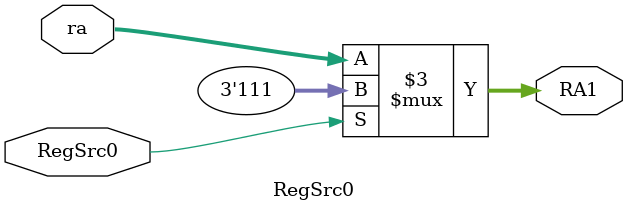
<source format=sv>
module RegSrc0(
  input wire [2:0] ra,   // Register deðeri
  input wire RegSrc0,    // MUX seçim sinyali (1: 3'b111, 0: rd)
  output reg [2:0] RA1   // MUX çýkýþý
);

  // 2x1 MUX
  always_comb begin
    if (RegSrc0)
      RA1 <= 3'b111;
    else
      RA1 <= ra;
  end

endmodule
</source>
